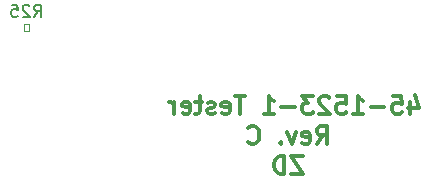
<source format=gbr>
G04 #@! TF.FileFunction,Legend,Bot*
%FSLAX46Y46*%
G04 Gerber Fmt 4.6, Leading zero omitted, Abs format (unit mm)*
G04 Created by KiCad (PCBNEW 4.0.6) date 03/02/20 07:40:08*
%MOMM*%
%LPD*%
G01*
G04 APERTURE LIST*
%ADD10C,0.100000*%
%ADD11C,0.300000*%
%ADD12C,0.066040*%
%ADD13C,0.150000*%
G04 APERTURE END LIST*
D10*
D11*
X193554641Y-117969071D02*
X193554641Y-118969071D01*
X193911784Y-117397643D02*
X194268927Y-118469071D01*
X193340355Y-118469071D01*
X192054641Y-117469071D02*
X192768927Y-117469071D01*
X192840356Y-118183357D01*
X192768927Y-118111929D01*
X192626070Y-118040500D01*
X192268927Y-118040500D01*
X192126070Y-118111929D01*
X192054641Y-118183357D01*
X191983213Y-118326214D01*
X191983213Y-118683357D01*
X192054641Y-118826214D01*
X192126070Y-118897643D01*
X192268927Y-118969071D01*
X192626070Y-118969071D01*
X192768927Y-118897643D01*
X192840356Y-118826214D01*
X191340356Y-118397643D02*
X190197499Y-118397643D01*
X188697499Y-118969071D02*
X189554642Y-118969071D01*
X189126070Y-118969071D02*
X189126070Y-117469071D01*
X189268927Y-117683357D01*
X189411785Y-117826214D01*
X189554642Y-117897643D01*
X187340356Y-117469071D02*
X188054642Y-117469071D01*
X188126071Y-118183357D01*
X188054642Y-118111929D01*
X187911785Y-118040500D01*
X187554642Y-118040500D01*
X187411785Y-118111929D01*
X187340356Y-118183357D01*
X187268928Y-118326214D01*
X187268928Y-118683357D01*
X187340356Y-118826214D01*
X187411785Y-118897643D01*
X187554642Y-118969071D01*
X187911785Y-118969071D01*
X188054642Y-118897643D01*
X188126071Y-118826214D01*
X186697500Y-117611929D02*
X186626071Y-117540500D01*
X186483214Y-117469071D01*
X186126071Y-117469071D01*
X185983214Y-117540500D01*
X185911785Y-117611929D01*
X185840357Y-117754786D01*
X185840357Y-117897643D01*
X185911785Y-118111929D01*
X186768928Y-118969071D01*
X185840357Y-118969071D01*
X185340357Y-117469071D02*
X184411786Y-117469071D01*
X184911786Y-118040500D01*
X184697500Y-118040500D01*
X184554643Y-118111929D01*
X184483214Y-118183357D01*
X184411786Y-118326214D01*
X184411786Y-118683357D01*
X184483214Y-118826214D01*
X184554643Y-118897643D01*
X184697500Y-118969071D01*
X185126072Y-118969071D01*
X185268929Y-118897643D01*
X185340357Y-118826214D01*
X183768929Y-118397643D02*
X182626072Y-118397643D01*
X181126072Y-118969071D02*
X181983215Y-118969071D01*
X181554643Y-118969071D02*
X181554643Y-117469071D01*
X181697500Y-117683357D01*
X181840358Y-117826214D01*
X181983215Y-117897643D01*
X179554644Y-117469071D02*
X178697501Y-117469071D01*
X179126072Y-118969071D02*
X179126072Y-117469071D01*
X177626073Y-118897643D02*
X177768930Y-118969071D01*
X178054644Y-118969071D01*
X178197501Y-118897643D01*
X178268930Y-118754786D01*
X178268930Y-118183357D01*
X178197501Y-118040500D01*
X178054644Y-117969071D01*
X177768930Y-117969071D01*
X177626073Y-118040500D01*
X177554644Y-118183357D01*
X177554644Y-118326214D01*
X178268930Y-118469071D01*
X176983216Y-118897643D02*
X176840359Y-118969071D01*
X176554644Y-118969071D01*
X176411787Y-118897643D01*
X176340359Y-118754786D01*
X176340359Y-118683357D01*
X176411787Y-118540500D01*
X176554644Y-118469071D01*
X176768930Y-118469071D01*
X176911787Y-118397643D01*
X176983216Y-118254786D01*
X176983216Y-118183357D01*
X176911787Y-118040500D01*
X176768930Y-117969071D01*
X176554644Y-117969071D01*
X176411787Y-118040500D01*
X175911787Y-117969071D02*
X175340358Y-117969071D01*
X175697501Y-117469071D02*
X175697501Y-118754786D01*
X175626073Y-118897643D01*
X175483215Y-118969071D01*
X175340358Y-118969071D01*
X174268930Y-118897643D02*
X174411787Y-118969071D01*
X174697501Y-118969071D01*
X174840358Y-118897643D01*
X174911787Y-118754786D01*
X174911787Y-118183357D01*
X174840358Y-118040500D01*
X174697501Y-117969071D01*
X174411787Y-117969071D01*
X174268930Y-118040500D01*
X174197501Y-118183357D01*
X174197501Y-118326214D01*
X174911787Y-118469071D01*
X173554644Y-118969071D02*
X173554644Y-117969071D01*
X173554644Y-118254786D02*
X173483216Y-118111929D01*
X173411787Y-118040500D01*
X173268930Y-117969071D01*
X173126073Y-117969071D01*
X185626071Y-121519071D02*
X186126071Y-120804786D01*
X186483214Y-121519071D02*
X186483214Y-120019071D01*
X185911786Y-120019071D01*
X185768928Y-120090500D01*
X185697500Y-120161929D01*
X185626071Y-120304786D01*
X185626071Y-120519071D01*
X185697500Y-120661929D01*
X185768928Y-120733357D01*
X185911786Y-120804786D01*
X186483214Y-120804786D01*
X184411786Y-121447643D02*
X184554643Y-121519071D01*
X184840357Y-121519071D01*
X184983214Y-121447643D01*
X185054643Y-121304786D01*
X185054643Y-120733357D01*
X184983214Y-120590500D01*
X184840357Y-120519071D01*
X184554643Y-120519071D01*
X184411786Y-120590500D01*
X184340357Y-120733357D01*
X184340357Y-120876214D01*
X185054643Y-121019071D01*
X183840357Y-120519071D02*
X183483214Y-121519071D01*
X183126072Y-120519071D01*
X182554643Y-121376214D02*
X182483215Y-121447643D01*
X182554643Y-121519071D01*
X182626072Y-121447643D01*
X182554643Y-121376214D01*
X182554643Y-121519071D01*
X179840357Y-121376214D02*
X179911786Y-121447643D01*
X180126072Y-121519071D01*
X180268929Y-121519071D01*
X180483214Y-121447643D01*
X180626072Y-121304786D01*
X180697500Y-121161929D01*
X180768929Y-120876214D01*
X180768929Y-120661929D01*
X180697500Y-120376214D01*
X180626072Y-120233357D01*
X180483214Y-120090500D01*
X180268929Y-120019071D01*
X180126072Y-120019071D01*
X179911786Y-120090500D01*
X179840357Y-120161929D01*
X184447499Y-122569071D02*
X183447499Y-122569071D01*
X184447499Y-124069071D01*
X183447499Y-124069071D01*
X182876071Y-124069071D02*
X182876071Y-122569071D01*
X182518928Y-122569071D01*
X182304643Y-122640500D01*
X182161785Y-122783357D01*
X182090357Y-122926214D01*
X182018928Y-123211929D01*
X182018928Y-123426214D01*
X182090357Y-123711929D01*
X182161785Y-123854786D01*
X182304643Y-123997643D01*
X182518928Y-124069071D01*
X182876071Y-124069071D01*
D12*
X161226120Y-111932720D02*
X160829880Y-111932720D01*
X160829880Y-111932720D02*
X160829880Y-111333280D01*
X161226120Y-111333280D02*
X160829880Y-111333280D01*
X161226120Y-111932720D02*
X161226120Y-111333280D01*
D13*
X161681143Y-110759119D02*
X162019809Y-110275310D01*
X162261714Y-110759119D02*
X162261714Y-109743119D01*
X161874667Y-109743119D01*
X161777905Y-109791500D01*
X161729524Y-109839881D01*
X161681143Y-109936643D01*
X161681143Y-110081786D01*
X161729524Y-110178548D01*
X161777905Y-110226929D01*
X161874667Y-110275310D01*
X162261714Y-110275310D01*
X161294095Y-109839881D02*
X161245714Y-109791500D01*
X161148952Y-109743119D01*
X160907048Y-109743119D01*
X160810286Y-109791500D01*
X160761905Y-109839881D01*
X160713524Y-109936643D01*
X160713524Y-110033405D01*
X160761905Y-110178548D01*
X161342476Y-110759119D01*
X160713524Y-110759119D01*
X159794286Y-109743119D02*
X160278095Y-109743119D01*
X160326476Y-110226929D01*
X160278095Y-110178548D01*
X160181333Y-110130167D01*
X159939429Y-110130167D01*
X159842667Y-110178548D01*
X159794286Y-110226929D01*
X159745905Y-110323690D01*
X159745905Y-110565595D01*
X159794286Y-110662357D01*
X159842667Y-110710738D01*
X159939429Y-110759119D01*
X160181333Y-110759119D01*
X160278095Y-110710738D01*
X160326476Y-110662357D01*
M02*

</source>
